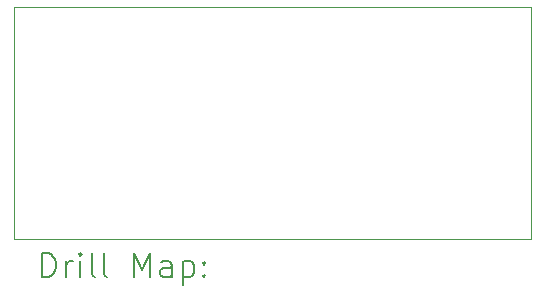
<source format=gbr>
%TF.GenerationSoftware,KiCad,Pcbnew,7.0.2*%
%TF.CreationDate,2023-08-02T20:43:25-05:00*%
%TF.ProjectId,Session6,53657373-696f-46e3-962e-6b696361645f,rev?*%
%TF.SameCoordinates,Original*%
%TF.FileFunction,Drillmap*%
%TF.FilePolarity,Positive*%
%FSLAX45Y45*%
G04 Gerber Fmt 4.5, Leading zero omitted, Abs format (unit mm)*
G04 Created by KiCad (PCBNEW 7.0.2) date 2023-08-02 20:43:25*
%MOMM*%
%LPD*%
G01*
G04 APERTURE LIST*
%ADD10C,0.100000*%
%ADD11C,0.200000*%
G04 APERTURE END LIST*
D10*
X9652000Y-6858000D02*
X14033500Y-6858000D01*
X14033500Y-8826500D01*
X9652000Y-8826500D01*
X9652000Y-6858000D01*
D11*
X9894619Y-9144024D02*
X9894619Y-8944024D01*
X9894619Y-8944024D02*
X9942238Y-8944024D01*
X9942238Y-8944024D02*
X9970810Y-8953548D01*
X9970810Y-8953548D02*
X9989857Y-8972595D01*
X9989857Y-8972595D02*
X9999381Y-8991643D01*
X9999381Y-8991643D02*
X10008905Y-9029738D01*
X10008905Y-9029738D02*
X10008905Y-9058310D01*
X10008905Y-9058310D02*
X9999381Y-9096405D01*
X9999381Y-9096405D02*
X9989857Y-9115452D01*
X9989857Y-9115452D02*
X9970810Y-9134500D01*
X9970810Y-9134500D02*
X9942238Y-9144024D01*
X9942238Y-9144024D02*
X9894619Y-9144024D01*
X10094619Y-9144024D02*
X10094619Y-9010690D01*
X10094619Y-9048786D02*
X10104143Y-9029738D01*
X10104143Y-9029738D02*
X10113667Y-9020214D01*
X10113667Y-9020214D02*
X10132714Y-9010690D01*
X10132714Y-9010690D02*
X10151762Y-9010690D01*
X10218429Y-9144024D02*
X10218429Y-9010690D01*
X10218429Y-8944024D02*
X10208905Y-8953548D01*
X10208905Y-8953548D02*
X10218429Y-8963071D01*
X10218429Y-8963071D02*
X10227952Y-8953548D01*
X10227952Y-8953548D02*
X10218429Y-8944024D01*
X10218429Y-8944024D02*
X10218429Y-8963071D01*
X10342238Y-9144024D02*
X10323190Y-9134500D01*
X10323190Y-9134500D02*
X10313667Y-9115452D01*
X10313667Y-9115452D02*
X10313667Y-8944024D01*
X10447000Y-9144024D02*
X10427952Y-9134500D01*
X10427952Y-9134500D02*
X10418429Y-9115452D01*
X10418429Y-9115452D02*
X10418429Y-8944024D01*
X10675571Y-9144024D02*
X10675571Y-8944024D01*
X10675571Y-8944024D02*
X10742238Y-9086881D01*
X10742238Y-9086881D02*
X10808905Y-8944024D01*
X10808905Y-8944024D02*
X10808905Y-9144024D01*
X10989857Y-9144024D02*
X10989857Y-9039262D01*
X10989857Y-9039262D02*
X10980333Y-9020214D01*
X10980333Y-9020214D02*
X10961286Y-9010690D01*
X10961286Y-9010690D02*
X10923190Y-9010690D01*
X10923190Y-9010690D02*
X10904143Y-9020214D01*
X10989857Y-9134500D02*
X10970810Y-9144024D01*
X10970810Y-9144024D02*
X10923190Y-9144024D01*
X10923190Y-9144024D02*
X10904143Y-9134500D01*
X10904143Y-9134500D02*
X10894619Y-9115452D01*
X10894619Y-9115452D02*
X10894619Y-9096405D01*
X10894619Y-9096405D02*
X10904143Y-9077357D01*
X10904143Y-9077357D02*
X10923190Y-9067833D01*
X10923190Y-9067833D02*
X10970810Y-9067833D01*
X10970810Y-9067833D02*
X10989857Y-9058310D01*
X11085095Y-9010690D02*
X11085095Y-9210690D01*
X11085095Y-9020214D02*
X11104143Y-9010690D01*
X11104143Y-9010690D02*
X11142238Y-9010690D01*
X11142238Y-9010690D02*
X11161286Y-9020214D01*
X11161286Y-9020214D02*
X11170810Y-9029738D01*
X11170810Y-9029738D02*
X11180333Y-9048786D01*
X11180333Y-9048786D02*
X11180333Y-9105929D01*
X11180333Y-9105929D02*
X11170810Y-9124976D01*
X11170810Y-9124976D02*
X11161286Y-9134500D01*
X11161286Y-9134500D02*
X11142238Y-9144024D01*
X11142238Y-9144024D02*
X11104143Y-9144024D01*
X11104143Y-9144024D02*
X11085095Y-9134500D01*
X11266048Y-9124976D02*
X11275571Y-9134500D01*
X11275571Y-9134500D02*
X11266048Y-9144024D01*
X11266048Y-9144024D02*
X11256524Y-9134500D01*
X11256524Y-9134500D02*
X11266048Y-9124976D01*
X11266048Y-9124976D02*
X11266048Y-9144024D01*
X11266048Y-9020214D02*
X11275571Y-9029738D01*
X11275571Y-9029738D02*
X11266048Y-9039262D01*
X11266048Y-9039262D02*
X11256524Y-9029738D01*
X11256524Y-9029738D02*
X11266048Y-9020214D01*
X11266048Y-9020214D02*
X11266048Y-9039262D01*
M02*

</source>
